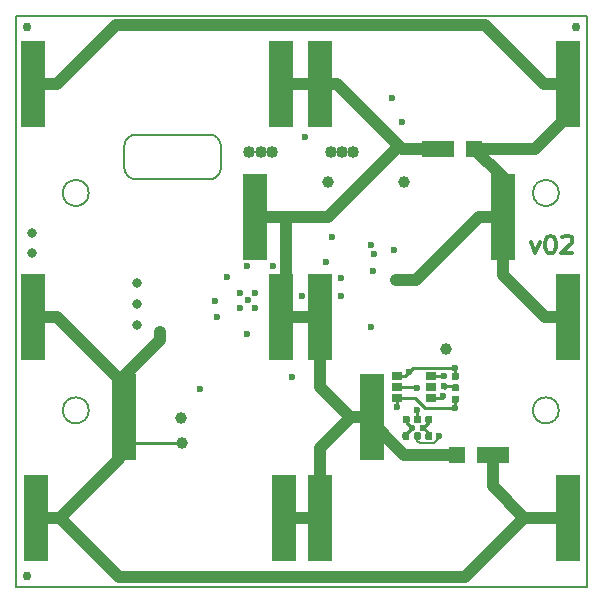
<source format=gbr>
%TF.GenerationSoftware,KiCad,Pcbnew,5.0.2-bee76a0~70~ubuntu18.04.1*%
%TF.CreationDate,2020-02-29T17:16:54-08:00*%
%TF.ProjectId,SolarCellZ_v1,536f6c61-7243-4656-9c6c-5a5f76312e6b,rev?*%
%TF.SameCoordinates,Original*%
%TF.FileFunction,Copper,L1,Top*%
%TF.FilePolarity,Positive*%
%FSLAX46Y46*%
G04 Gerber Fmt 4.6, Leading zero omitted, Abs format (unit mm)*
G04 Created by KiCad (PCBNEW 5.0.2-bee76a0~70~ubuntu18.04.1) date Sat 29 Feb 2020 05:16:54 PM PST*
%MOMM*%
%LPD*%
G01*
G04 APERTURE LIST*
%ADD10C,0.200000*%
%ADD11C,0.300000*%
%ADD12C,0.750000*%
%ADD13R,2.000000X7.400000*%
%ADD14R,0.900000X0.700000*%
%ADD15C,1.016000*%
%ADD16C,1.000000*%
%ADD17R,1.400000X1.400000*%
%ADD18R,2.700000X1.400000*%
%ADD19C,0.100000*%
%ADD20C,0.590000*%
%ADD21C,0.600000*%
%ADD22C,0.800000*%
%ADD23C,0.248920*%
%ADD24C,0.240000*%
%ADD25C,1.000000*%
%ADD26C,0.228600*%
%ADD27C,0.160000*%
G04 APERTURE END LIST*
D10*
X136007500Y-73391000D02*
G75*
G03X136007500Y-73391000I-1100000J0D01*
G01*
X96207500Y-73391000D02*
G75*
G03X96207500Y-73391000I-1100000J0D01*
G01*
X107407500Y-52841000D02*
G75*
G02X106407500Y-53841000I-1000000J0D01*
G01*
X100207500Y-53841000D02*
G75*
G02X99207500Y-52841000I0J1000000D01*
G01*
X106407500Y-50041000D02*
G75*
G02X107407500Y-51041000I0J-1000000D01*
G01*
X99207500Y-51041000D02*
G75*
G02X100207500Y-50041000I1000000J0D01*
G01*
X96207500Y-54991000D02*
G75*
G03X96207500Y-54991000I-1100000J0D01*
G01*
X106407500Y-50041000D02*
X100207500Y-50041000D01*
X138407500Y-39991000D02*
X138407500Y-88391000D01*
X138407500Y-88391000D02*
X90007500Y-88391000D01*
X90007500Y-88391000D02*
X90007500Y-39991000D01*
X90007500Y-39991000D02*
X138407500Y-39991000D01*
X100207500Y-53841000D02*
X106407500Y-53841000D01*
X136007500Y-54991000D02*
G75*
G03X136007500Y-54991000I-1100000J0D01*
G01*
X107407500Y-52841000D02*
X107407500Y-51041000D01*
X99207500Y-51041000D02*
X99207500Y-52841000D01*
D11*
X133659785Y-59114571D02*
X134016928Y-60114571D01*
X134374071Y-59114571D01*
X135231214Y-58614571D02*
X135374071Y-58614571D01*
X135516928Y-58686000D01*
X135588357Y-58757428D01*
X135659785Y-58900285D01*
X135731214Y-59186000D01*
X135731214Y-59543142D01*
X135659785Y-59828857D01*
X135588357Y-59971714D01*
X135516928Y-60043142D01*
X135374071Y-60114571D01*
X135231214Y-60114571D01*
X135088357Y-60043142D01*
X135016928Y-59971714D01*
X134945500Y-59828857D01*
X134874071Y-59543142D01*
X134874071Y-59186000D01*
X134945500Y-58900285D01*
X135016928Y-58757428D01*
X135088357Y-58686000D01*
X135231214Y-58614571D01*
X136302642Y-58757428D02*
X136374071Y-58686000D01*
X136516928Y-58614571D01*
X136874071Y-58614571D01*
X137016928Y-58686000D01*
X137088357Y-58757428D01*
X137159785Y-58900285D01*
X137159785Y-59043142D01*
X137088357Y-59257428D01*
X136231214Y-60114571D01*
X137159785Y-60114571D01*
D12*
X137500000Y-40900000D03*
X90950000Y-40900000D03*
D13*
X136750000Y-45750000D03*
X115750000Y-45750000D03*
X91500000Y-45750000D03*
X112500000Y-45750000D03*
X131250000Y-57000000D03*
X110250000Y-57000000D03*
X136750000Y-65500000D03*
X115750000Y-65500000D03*
X112500000Y-65500000D03*
X91500000Y-65500000D03*
X120187000Y-74000000D03*
X99187000Y-74000000D03*
X115750000Y-82500000D03*
X136750000Y-82500000D03*
X112750000Y-82500000D03*
X91750000Y-82500000D03*
D14*
X122311500Y-70487500D03*
X122311500Y-71437500D03*
X122311500Y-72387500D03*
X125211500Y-72387500D03*
X125211500Y-71437500D03*
X125211500Y-70487500D03*
D15*
X116700000Y-51500000D03*
X117650000Y-51500000D03*
X111700000Y-51500000D03*
X110750000Y-51500000D03*
X118600000Y-51500000D03*
X109800000Y-51500000D03*
D16*
X116459000Y-54038500D03*
X122936000Y-54038500D03*
X126492000Y-68199000D03*
X104013000Y-74041000D03*
X104076500Y-76200000D03*
D17*
X128850000Y-51250000D03*
D18*
X125800000Y-51250000D03*
D17*
X127385200Y-77152500D03*
D18*
X130435200Y-77152500D03*
D19*
G36*
X124200458Y-73848710D02*
X124214776Y-73850834D01*
X124228817Y-73854351D01*
X124242446Y-73859228D01*
X124255531Y-73865417D01*
X124267947Y-73872858D01*
X124279573Y-73881481D01*
X124290298Y-73891202D01*
X124300019Y-73901927D01*
X124308642Y-73913553D01*
X124316083Y-73925969D01*
X124322272Y-73939054D01*
X124327149Y-73952683D01*
X124330666Y-73966724D01*
X124332790Y-73981042D01*
X124333500Y-73995500D01*
X124333500Y-74340500D01*
X124332790Y-74354958D01*
X124330666Y-74369276D01*
X124327149Y-74383317D01*
X124322272Y-74396946D01*
X124316083Y-74410031D01*
X124308642Y-74422447D01*
X124300019Y-74434073D01*
X124290298Y-74444798D01*
X124279573Y-74454519D01*
X124267947Y-74463142D01*
X124255531Y-74470583D01*
X124242446Y-74476772D01*
X124228817Y-74481649D01*
X124214776Y-74485166D01*
X124200458Y-74487290D01*
X124186000Y-74488000D01*
X123891000Y-74488000D01*
X123876542Y-74487290D01*
X123862224Y-74485166D01*
X123848183Y-74481649D01*
X123834554Y-74476772D01*
X123821469Y-74470583D01*
X123809053Y-74463142D01*
X123797427Y-74454519D01*
X123786702Y-74444798D01*
X123776981Y-74434073D01*
X123768358Y-74422447D01*
X123760917Y-74410031D01*
X123754728Y-74396946D01*
X123749851Y-74383317D01*
X123746334Y-74369276D01*
X123744210Y-74354958D01*
X123743500Y-74340500D01*
X123743500Y-73995500D01*
X123744210Y-73981042D01*
X123746334Y-73966724D01*
X123749851Y-73952683D01*
X123754728Y-73939054D01*
X123760917Y-73925969D01*
X123768358Y-73913553D01*
X123776981Y-73901927D01*
X123786702Y-73891202D01*
X123797427Y-73881481D01*
X123809053Y-73872858D01*
X123821469Y-73865417D01*
X123834554Y-73859228D01*
X123848183Y-73854351D01*
X123862224Y-73850834D01*
X123876542Y-73848710D01*
X123891000Y-73848000D01*
X124186000Y-73848000D01*
X124200458Y-73848710D01*
X124200458Y-73848710D01*
G37*
D20*
X124038500Y-74168000D03*
D19*
G36*
X125170458Y-73848710D02*
X125184776Y-73850834D01*
X125198817Y-73854351D01*
X125212446Y-73859228D01*
X125225531Y-73865417D01*
X125237947Y-73872858D01*
X125249573Y-73881481D01*
X125260298Y-73891202D01*
X125270019Y-73901927D01*
X125278642Y-73913553D01*
X125286083Y-73925969D01*
X125292272Y-73939054D01*
X125297149Y-73952683D01*
X125300666Y-73966724D01*
X125302790Y-73981042D01*
X125303500Y-73995500D01*
X125303500Y-74340500D01*
X125302790Y-74354958D01*
X125300666Y-74369276D01*
X125297149Y-74383317D01*
X125292272Y-74396946D01*
X125286083Y-74410031D01*
X125278642Y-74422447D01*
X125270019Y-74434073D01*
X125260298Y-74444798D01*
X125249573Y-74454519D01*
X125237947Y-74463142D01*
X125225531Y-74470583D01*
X125212446Y-74476772D01*
X125198817Y-74481649D01*
X125184776Y-74485166D01*
X125170458Y-74487290D01*
X125156000Y-74488000D01*
X124861000Y-74488000D01*
X124846542Y-74487290D01*
X124832224Y-74485166D01*
X124818183Y-74481649D01*
X124804554Y-74476772D01*
X124791469Y-74470583D01*
X124779053Y-74463142D01*
X124767427Y-74454519D01*
X124756702Y-74444798D01*
X124746981Y-74434073D01*
X124738358Y-74422447D01*
X124730917Y-74410031D01*
X124724728Y-74396946D01*
X124719851Y-74383317D01*
X124716334Y-74369276D01*
X124714210Y-74354958D01*
X124713500Y-74340500D01*
X124713500Y-73995500D01*
X124714210Y-73981042D01*
X124716334Y-73966724D01*
X124719851Y-73952683D01*
X124724728Y-73939054D01*
X124730917Y-73925969D01*
X124738358Y-73913553D01*
X124746981Y-73901927D01*
X124756702Y-73891202D01*
X124767427Y-73881481D01*
X124779053Y-73872858D01*
X124791469Y-73865417D01*
X124804554Y-73859228D01*
X124818183Y-73854351D01*
X124832224Y-73850834D01*
X124846542Y-73848710D01*
X124861000Y-73848000D01*
X125156000Y-73848000D01*
X125170458Y-73848710D01*
X125170458Y-73848710D01*
G37*
D20*
X125008500Y-74168000D03*
D19*
G36*
X123230178Y-73848710D02*
X123244496Y-73850834D01*
X123258537Y-73854351D01*
X123272166Y-73859228D01*
X123285251Y-73865417D01*
X123297667Y-73872858D01*
X123309293Y-73881481D01*
X123320018Y-73891202D01*
X123329739Y-73901927D01*
X123338362Y-73913553D01*
X123345803Y-73925969D01*
X123351992Y-73939054D01*
X123356869Y-73952683D01*
X123360386Y-73966724D01*
X123362510Y-73981042D01*
X123363220Y-73995500D01*
X123363220Y-74340500D01*
X123362510Y-74354958D01*
X123360386Y-74369276D01*
X123356869Y-74383317D01*
X123351992Y-74396946D01*
X123345803Y-74410031D01*
X123338362Y-74422447D01*
X123329739Y-74434073D01*
X123320018Y-74444798D01*
X123309293Y-74454519D01*
X123297667Y-74463142D01*
X123285251Y-74470583D01*
X123272166Y-74476772D01*
X123258537Y-74481649D01*
X123244496Y-74485166D01*
X123230178Y-74487290D01*
X123215720Y-74488000D01*
X122920720Y-74488000D01*
X122906262Y-74487290D01*
X122891944Y-74485166D01*
X122877903Y-74481649D01*
X122864274Y-74476772D01*
X122851189Y-74470583D01*
X122838773Y-74463142D01*
X122827147Y-74454519D01*
X122816422Y-74444798D01*
X122806701Y-74434073D01*
X122798078Y-74422447D01*
X122790637Y-74410031D01*
X122784448Y-74396946D01*
X122779571Y-74383317D01*
X122776054Y-74369276D01*
X122773930Y-74354958D01*
X122773220Y-74340500D01*
X122773220Y-73995500D01*
X122773930Y-73981042D01*
X122776054Y-73966724D01*
X122779571Y-73952683D01*
X122784448Y-73939054D01*
X122790637Y-73925969D01*
X122798078Y-73913553D01*
X122806701Y-73901927D01*
X122816422Y-73891202D01*
X122827147Y-73881481D01*
X122838773Y-73872858D01*
X122851189Y-73865417D01*
X122864274Y-73859228D01*
X122877903Y-73854351D01*
X122891944Y-73850834D01*
X122906262Y-73848710D01*
X122920720Y-73848000D01*
X123215720Y-73848000D01*
X123230178Y-73848710D01*
X123230178Y-73848710D01*
G37*
D20*
X123068220Y-74168000D03*
D19*
G36*
X124200178Y-73848710D02*
X124214496Y-73850834D01*
X124228537Y-73854351D01*
X124242166Y-73859228D01*
X124255251Y-73865417D01*
X124267667Y-73872858D01*
X124279293Y-73881481D01*
X124290018Y-73891202D01*
X124299739Y-73901927D01*
X124308362Y-73913553D01*
X124315803Y-73925969D01*
X124321992Y-73939054D01*
X124326869Y-73952683D01*
X124330386Y-73966724D01*
X124332510Y-73981042D01*
X124333220Y-73995500D01*
X124333220Y-74340500D01*
X124332510Y-74354958D01*
X124330386Y-74369276D01*
X124326869Y-74383317D01*
X124321992Y-74396946D01*
X124315803Y-74410031D01*
X124308362Y-74422447D01*
X124299739Y-74434073D01*
X124290018Y-74444798D01*
X124279293Y-74454519D01*
X124267667Y-74463142D01*
X124255251Y-74470583D01*
X124242166Y-74476772D01*
X124228537Y-74481649D01*
X124214496Y-74485166D01*
X124200178Y-74487290D01*
X124185720Y-74488000D01*
X123890720Y-74488000D01*
X123876262Y-74487290D01*
X123861944Y-74485166D01*
X123847903Y-74481649D01*
X123834274Y-74476772D01*
X123821189Y-74470583D01*
X123808773Y-74463142D01*
X123797147Y-74454519D01*
X123786422Y-74444798D01*
X123776701Y-74434073D01*
X123768078Y-74422447D01*
X123760637Y-74410031D01*
X123754448Y-74396946D01*
X123749571Y-74383317D01*
X123746054Y-74369276D01*
X123743930Y-74354958D01*
X123743220Y-74340500D01*
X123743220Y-73995500D01*
X123743930Y-73981042D01*
X123746054Y-73966724D01*
X123749571Y-73952683D01*
X123754448Y-73939054D01*
X123760637Y-73925969D01*
X123768078Y-73913553D01*
X123776701Y-73901927D01*
X123786422Y-73891202D01*
X123797147Y-73881481D01*
X123808773Y-73872858D01*
X123821189Y-73865417D01*
X123834274Y-73859228D01*
X123847903Y-73854351D01*
X123861944Y-73850834D01*
X123876262Y-73848710D01*
X123890720Y-73848000D01*
X124185720Y-73848000D01*
X124200178Y-73848710D01*
X124200178Y-73848710D01*
G37*
D20*
X124038220Y-74168000D03*
D19*
G36*
X125170458Y-75245710D02*
X125184776Y-75247834D01*
X125198817Y-75251351D01*
X125212446Y-75256228D01*
X125225531Y-75262417D01*
X125237947Y-75269858D01*
X125249573Y-75278481D01*
X125260298Y-75288202D01*
X125270019Y-75298927D01*
X125278642Y-75310553D01*
X125286083Y-75322969D01*
X125292272Y-75336054D01*
X125297149Y-75349683D01*
X125300666Y-75363724D01*
X125302790Y-75378042D01*
X125303500Y-75392500D01*
X125303500Y-75737500D01*
X125302790Y-75751958D01*
X125300666Y-75766276D01*
X125297149Y-75780317D01*
X125292272Y-75793946D01*
X125286083Y-75807031D01*
X125278642Y-75819447D01*
X125270019Y-75831073D01*
X125260298Y-75841798D01*
X125249573Y-75851519D01*
X125237947Y-75860142D01*
X125225531Y-75867583D01*
X125212446Y-75873772D01*
X125198817Y-75878649D01*
X125184776Y-75882166D01*
X125170458Y-75884290D01*
X125156000Y-75885000D01*
X124861000Y-75885000D01*
X124846542Y-75884290D01*
X124832224Y-75882166D01*
X124818183Y-75878649D01*
X124804554Y-75873772D01*
X124791469Y-75867583D01*
X124779053Y-75860142D01*
X124767427Y-75851519D01*
X124756702Y-75841798D01*
X124746981Y-75831073D01*
X124738358Y-75819447D01*
X124730917Y-75807031D01*
X124724728Y-75793946D01*
X124719851Y-75780317D01*
X124716334Y-75766276D01*
X124714210Y-75751958D01*
X124713500Y-75737500D01*
X124713500Y-75392500D01*
X124714210Y-75378042D01*
X124716334Y-75363724D01*
X124719851Y-75349683D01*
X124724728Y-75336054D01*
X124730917Y-75322969D01*
X124738358Y-75310553D01*
X124746981Y-75298927D01*
X124756702Y-75288202D01*
X124767427Y-75278481D01*
X124779053Y-75269858D01*
X124791469Y-75262417D01*
X124804554Y-75256228D01*
X124818183Y-75251351D01*
X124832224Y-75247834D01*
X124846542Y-75245710D01*
X124861000Y-75245000D01*
X125156000Y-75245000D01*
X125170458Y-75245710D01*
X125170458Y-75245710D01*
G37*
D20*
X125008500Y-75565000D03*
D19*
G36*
X124200458Y-75245710D02*
X124214776Y-75247834D01*
X124228817Y-75251351D01*
X124242446Y-75256228D01*
X124255531Y-75262417D01*
X124267947Y-75269858D01*
X124279573Y-75278481D01*
X124290298Y-75288202D01*
X124300019Y-75298927D01*
X124308642Y-75310553D01*
X124316083Y-75322969D01*
X124322272Y-75336054D01*
X124327149Y-75349683D01*
X124330666Y-75363724D01*
X124332790Y-75378042D01*
X124333500Y-75392500D01*
X124333500Y-75737500D01*
X124332790Y-75751958D01*
X124330666Y-75766276D01*
X124327149Y-75780317D01*
X124322272Y-75793946D01*
X124316083Y-75807031D01*
X124308642Y-75819447D01*
X124300019Y-75831073D01*
X124290298Y-75841798D01*
X124279573Y-75851519D01*
X124267947Y-75860142D01*
X124255531Y-75867583D01*
X124242446Y-75873772D01*
X124228817Y-75878649D01*
X124214776Y-75882166D01*
X124200458Y-75884290D01*
X124186000Y-75885000D01*
X123891000Y-75885000D01*
X123876542Y-75884290D01*
X123862224Y-75882166D01*
X123848183Y-75878649D01*
X123834554Y-75873772D01*
X123821469Y-75867583D01*
X123809053Y-75860142D01*
X123797427Y-75851519D01*
X123786702Y-75841798D01*
X123776981Y-75831073D01*
X123768358Y-75819447D01*
X123760917Y-75807031D01*
X123754728Y-75793946D01*
X123749851Y-75780317D01*
X123746334Y-75766276D01*
X123744210Y-75751958D01*
X123743500Y-75737500D01*
X123743500Y-75392500D01*
X123744210Y-75378042D01*
X123746334Y-75363724D01*
X123749851Y-75349683D01*
X123754728Y-75336054D01*
X123760917Y-75322969D01*
X123768358Y-75310553D01*
X123776981Y-75298927D01*
X123786702Y-75288202D01*
X123797427Y-75278481D01*
X123809053Y-75269858D01*
X123821469Y-75262417D01*
X123834554Y-75256228D01*
X123848183Y-75251351D01*
X123862224Y-75247834D01*
X123876542Y-75245710D01*
X123891000Y-75245000D01*
X124186000Y-75245000D01*
X124200458Y-75245710D01*
X124200458Y-75245710D01*
G37*
D20*
X124038500Y-75565000D03*
D19*
G36*
X127440958Y-71189210D02*
X127455276Y-71191334D01*
X127469317Y-71194851D01*
X127482946Y-71199728D01*
X127496031Y-71205917D01*
X127508447Y-71213358D01*
X127520073Y-71221981D01*
X127530798Y-71231702D01*
X127540519Y-71242427D01*
X127549142Y-71254053D01*
X127556583Y-71266469D01*
X127562772Y-71279554D01*
X127567649Y-71293183D01*
X127571166Y-71307224D01*
X127573290Y-71321542D01*
X127574000Y-71336000D01*
X127574000Y-71631000D01*
X127573290Y-71645458D01*
X127571166Y-71659776D01*
X127567649Y-71673817D01*
X127562772Y-71687446D01*
X127556583Y-71700531D01*
X127549142Y-71712947D01*
X127540519Y-71724573D01*
X127530798Y-71735298D01*
X127520073Y-71745019D01*
X127508447Y-71753642D01*
X127496031Y-71761083D01*
X127482946Y-71767272D01*
X127469317Y-71772149D01*
X127455276Y-71775666D01*
X127440958Y-71777790D01*
X127426500Y-71778500D01*
X127081500Y-71778500D01*
X127067042Y-71777790D01*
X127052724Y-71775666D01*
X127038683Y-71772149D01*
X127025054Y-71767272D01*
X127011969Y-71761083D01*
X126999553Y-71753642D01*
X126987927Y-71745019D01*
X126977202Y-71735298D01*
X126967481Y-71724573D01*
X126958858Y-71712947D01*
X126951417Y-71700531D01*
X126945228Y-71687446D01*
X126940351Y-71673817D01*
X126936834Y-71659776D01*
X126934710Y-71645458D01*
X126934000Y-71631000D01*
X126934000Y-71336000D01*
X126934710Y-71321542D01*
X126936834Y-71307224D01*
X126940351Y-71293183D01*
X126945228Y-71279554D01*
X126951417Y-71266469D01*
X126958858Y-71254053D01*
X126967481Y-71242427D01*
X126977202Y-71231702D01*
X126987927Y-71221981D01*
X126999553Y-71213358D01*
X127011969Y-71205917D01*
X127025054Y-71199728D01*
X127038683Y-71194851D01*
X127052724Y-71191334D01*
X127067042Y-71189210D01*
X127081500Y-71188500D01*
X127426500Y-71188500D01*
X127440958Y-71189210D01*
X127440958Y-71189210D01*
G37*
D20*
X127254000Y-71483500D03*
D19*
G36*
X127440958Y-72159210D02*
X127455276Y-72161334D01*
X127469317Y-72164851D01*
X127482946Y-72169728D01*
X127496031Y-72175917D01*
X127508447Y-72183358D01*
X127520073Y-72191981D01*
X127530798Y-72201702D01*
X127540519Y-72212427D01*
X127549142Y-72224053D01*
X127556583Y-72236469D01*
X127562772Y-72249554D01*
X127567649Y-72263183D01*
X127571166Y-72277224D01*
X127573290Y-72291542D01*
X127574000Y-72306000D01*
X127574000Y-72601000D01*
X127573290Y-72615458D01*
X127571166Y-72629776D01*
X127567649Y-72643817D01*
X127562772Y-72657446D01*
X127556583Y-72670531D01*
X127549142Y-72682947D01*
X127540519Y-72694573D01*
X127530798Y-72705298D01*
X127520073Y-72715019D01*
X127508447Y-72723642D01*
X127496031Y-72731083D01*
X127482946Y-72737272D01*
X127469317Y-72742149D01*
X127455276Y-72745666D01*
X127440958Y-72747790D01*
X127426500Y-72748500D01*
X127081500Y-72748500D01*
X127067042Y-72747790D01*
X127052724Y-72745666D01*
X127038683Y-72742149D01*
X127025054Y-72737272D01*
X127011969Y-72731083D01*
X126999553Y-72723642D01*
X126987927Y-72715019D01*
X126977202Y-72705298D01*
X126967481Y-72694573D01*
X126958858Y-72682947D01*
X126951417Y-72670531D01*
X126945228Y-72657446D01*
X126940351Y-72643817D01*
X126936834Y-72629776D01*
X126934710Y-72615458D01*
X126934000Y-72601000D01*
X126934000Y-72306000D01*
X126934710Y-72291542D01*
X126936834Y-72277224D01*
X126940351Y-72263183D01*
X126945228Y-72249554D01*
X126951417Y-72236469D01*
X126958858Y-72224053D01*
X126967481Y-72212427D01*
X126977202Y-72201702D01*
X126987927Y-72191981D01*
X126999553Y-72183358D01*
X127011969Y-72175917D01*
X127025054Y-72169728D01*
X127038683Y-72164851D01*
X127052724Y-72161334D01*
X127067042Y-72159210D01*
X127081500Y-72158500D01*
X127426500Y-72158500D01*
X127440958Y-72159210D01*
X127440958Y-72159210D01*
G37*
D20*
X127254000Y-72453500D03*
D19*
G36*
X127440958Y-70213710D02*
X127455276Y-70215834D01*
X127469317Y-70219351D01*
X127482946Y-70224228D01*
X127496031Y-70230417D01*
X127508447Y-70237858D01*
X127520073Y-70246481D01*
X127530798Y-70256202D01*
X127540519Y-70266927D01*
X127549142Y-70278553D01*
X127556583Y-70290969D01*
X127562772Y-70304054D01*
X127567649Y-70317683D01*
X127571166Y-70331724D01*
X127573290Y-70346042D01*
X127574000Y-70360500D01*
X127574000Y-70655500D01*
X127573290Y-70669958D01*
X127571166Y-70684276D01*
X127567649Y-70698317D01*
X127562772Y-70711946D01*
X127556583Y-70725031D01*
X127549142Y-70737447D01*
X127540519Y-70749073D01*
X127530798Y-70759798D01*
X127520073Y-70769519D01*
X127508447Y-70778142D01*
X127496031Y-70785583D01*
X127482946Y-70791772D01*
X127469317Y-70796649D01*
X127455276Y-70800166D01*
X127440958Y-70802290D01*
X127426500Y-70803000D01*
X127081500Y-70803000D01*
X127067042Y-70802290D01*
X127052724Y-70800166D01*
X127038683Y-70796649D01*
X127025054Y-70791772D01*
X127011969Y-70785583D01*
X126999553Y-70778142D01*
X126987927Y-70769519D01*
X126977202Y-70759798D01*
X126967481Y-70749073D01*
X126958858Y-70737447D01*
X126951417Y-70725031D01*
X126945228Y-70711946D01*
X126940351Y-70698317D01*
X126936834Y-70684276D01*
X126934710Y-70669958D01*
X126934000Y-70655500D01*
X126934000Y-70360500D01*
X126934710Y-70346042D01*
X126936834Y-70331724D01*
X126940351Y-70317683D01*
X126945228Y-70304054D01*
X126951417Y-70290969D01*
X126958858Y-70278553D01*
X126967481Y-70266927D01*
X126977202Y-70256202D01*
X126987927Y-70246481D01*
X126999553Y-70237858D01*
X127011969Y-70230417D01*
X127025054Y-70224228D01*
X127038683Y-70219351D01*
X127052724Y-70215834D01*
X127067042Y-70213710D01*
X127081500Y-70213000D01*
X127426500Y-70213000D01*
X127440958Y-70213710D01*
X127440958Y-70213710D01*
G37*
D20*
X127254000Y-70508000D03*
D19*
G36*
X127440958Y-71183710D02*
X127455276Y-71185834D01*
X127469317Y-71189351D01*
X127482946Y-71194228D01*
X127496031Y-71200417D01*
X127508447Y-71207858D01*
X127520073Y-71216481D01*
X127530798Y-71226202D01*
X127540519Y-71236927D01*
X127549142Y-71248553D01*
X127556583Y-71260969D01*
X127562772Y-71274054D01*
X127567649Y-71287683D01*
X127571166Y-71301724D01*
X127573290Y-71316042D01*
X127574000Y-71330500D01*
X127574000Y-71625500D01*
X127573290Y-71639958D01*
X127571166Y-71654276D01*
X127567649Y-71668317D01*
X127562772Y-71681946D01*
X127556583Y-71695031D01*
X127549142Y-71707447D01*
X127540519Y-71719073D01*
X127530798Y-71729798D01*
X127520073Y-71739519D01*
X127508447Y-71748142D01*
X127496031Y-71755583D01*
X127482946Y-71761772D01*
X127469317Y-71766649D01*
X127455276Y-71770166D01*
X127440958Y-71772290D01*
X127426500Y-71773000D01*
X127081500Y-71773000D01*
X127067042Y-71772290D01*
X127052724Y-71770166D01*
X127038683Y-71766649D01*
X127025054Y-71761772D01*
X127011969Y-71755583D01*
X126999553Y-71748142D01*
X126987927Y-71739519D01*
X126977202Y-71729798D01*
X126967481Y-71719073D01*
X126958858Y-71707447D01*
X126951417Y-71695031D01*
X126945228Y-71681946D01*
X126940351Y-71668317D01*
X126936834Y-71654276D01*
X126934710Y-71639958D01*
X126934000Y-71625500D01*
X126934000Y-71330500D01*
X126934710Y-71316042D01*
X126936834Y-71301724D01*
X126940351Y-71287683D01*
X126945228Y-71274054D01*
X126951417Y-71260969D01*
X126958858Y-71248553D01*
X126967481Y-71236927D01*
X126977202Y-71226202D01*
X126987927Y-71216481D01*
X126999553Y-71207858D01*
X127011969Y-71200417D01*
X127025054Y-71194228D01*
X127038683Y-71189351D01*
X127052724Y-71185834D01*
X127067042Y-71183710D01*
X127081500Y-71183000D01*
X127426500Y-71183000D01*
X127440958Y-71183710D01*
X127440958Y-71183710D01*
G37*
D20*
X127254000Y-71478000D03*
D19*
G36*
X123226958Y-75245710D02*
X123241276Y-75247834D01*
X123255317Y-75251351D01*
X123268946Y-75256228D01*
X123282031Y-75262417D01*
X123294447Y-75269858D01*
X123306073Y-75278481D01*
X123316798Y-75288202D01*
X123326519Y-75298927D01*
X123335142Y-75310553D01*
X123342583Y-75322969D01*
X123348772Y-75336054D01*
X123353649Y-75349683D01*
X123357166Y-75363724D01*
X123359290Y-75378042D01*
X123360000Y-75392500D01*
X123360000Y-75737500D01*
X123359290Y-75751958D01*
X123357166Y-75766276D01*
X123353649Y-75780317D01*
X123348772Y-75793946D01*
X123342583Y-75807031D01*
X123335142Y-75819447D01*
X123326519Y-75831073D01*
X123316798Y-75841798D01*
X123306073Y-75851519D01*
X123294447Y-75860142D01*
X123282031Y-75867583D01*
X123268946Y-75873772D01*
X123255317Y-75878649D01*
X123241276Y-75882166D01*
X123226958Y-75884290D01*
X123212500Y-75885000D01*
X122917500Y-75885000D01*
X122903042Y-75884290D01*
X122888724Y-75882166D01*
X122874683Y-75878649D01*
X122861054Y-75873772D01*
X122847969Y-75867583D01*
X122835553Y-75860142D01*
X122823927Y-75851519D01*
X122813202Y-75841798D01*
X122803481Y-75831073D01*
X122794858Y-75819447D01*
X122787417Y-75807031D01*
X122781228Y-75793946D01*
X122776351Y-75780317D01*
X122772834Y-75766276D01*
X122770710Y-75751958D01*
X122770000Y-75737500D01*
X122770000Y-75392500D01*
X122770710Y-75378042D01*
X122772834Y-75363724D01*
X122776351Y-75349683D01*
X122781228Y-75336054D01*
X122787417Y-75322969D01*
X122794858Y-75310553D01*
X122803481Y-75298927D01*
X122813202Y-75288202D01*
X122823927Y-75278481D01*
X122835553Y-75269858D01*
X122847969Y-75262417D01*
X122861054Y-75256228D01*
X122874683Y-75251351D01*
X122888724Y-75247834D01*
X122903042Y-75245710D01*
X122917500Y-75245000D01*
X123212500Y-75245000D01*
X123226958Y-75245710D01*
X123226958Y-75245710D01*
G37*
D20*
X123065000Y-75565000D03*
D19*
G36*
X124196958Y-75245710D02*
X124211276Y-75247834D01*
X124225317Y-75251351D01*
X124238946Y-75256228D01*
X124252031Y-75262417D01*
X124264447Y-75269858D01*
X124276073Y-75278481D01*
X124286798Y-75288202D01*
X124296519Y-75298927D01*
X124305142Y-75310553D01*
X124312583Y-75322969D01*
X124318772Y-75336054D01*
X124323649Y-75349683D01*
X124327166Y-75363724D01*
X124329290Y-75378042D01*
X124330000Y-75392500D01*
X124330000Y-75737500D01*
X124329290Y-75751958D01*
X124327166Y-75766276D01*
X124323649Y-75780317D01*
X124318772Y-75793946D01*
X124312583Y-75807031D01*
X124305142Y-75819447D01*
X124296519Y-75831073D01*
X124286798Y-75841798D01*
X124276073Y-75851519D01*
X124264447Y-75860142D01*
X124252031Y-75867583D01*
X124238946Y-75873772D01*
X124225317Y-75878649D01*
X124211276Y-75882166D01*
X124196958Y-75884290D01*
X124182500Y-75885000D01*
X123887500Y-75885000D01*
X123873042Y-75884290D01*
X123858724Y-75882166D01*
X123844683Y-75878649D01*
X123831054Y-75873772D01*
X123817969Y-75867583D01*
X123805553Y-75860142D01*
X123793927Y-75851519D01*
X123783202Y-75841798D01*
X123773481Y-75831073D01*
X123764858Y-75819447D01*
X123757417Y-75807031D01*
X123751228Y-75793946D01*
X123746351Y-75780317D01*
X123742834Y-75766276D01*
X123740710Y-75751958D01*
X123740000Y-75737500D01*
X123740000Y-75392500D01*
X123740710Y-75378042D01*
X123742834Y-75363724D01*
X123746351Y-75349683D01*
X123751228Y-75336054D01*
X123757417Y-75322969D01*
X123764858Y-75310553D01*
X123773481Y-75298927D01*
X123783202Y-75288202D01*
X123793927Y-75278481D01*
X123805553Y-75269858D01*
X123817969Y-75262417D01*
X123831054Y-75256228D01*
X123844683Y-75251351D01*
X123858724Y-75247834D01*
X123873042Y-75245710D01*
X123887500Y-75245000D01*
X124182500Y-75245000D01*
X124196958Y-75245710D01*
X124196958Y-75245710D01*
G37*
D20*
X124035000Y-75565000D03*
D12*
X90950000Y-87450000D03*
D21*
X126300000Y-71300000D03*
X124015500Y-71501000D03*
X120268110Y-61604791D03*
X120078500Y-66357500D03*
X127254000Y-69786500D03*
X123317000Y-70167500D03*
X107032512Y-65473693D03*
X109654340Y-64046100D03*
X110253760Y-64708256D03*
X108983760Y-64708256D03*
X110261400Y-63439040D03*
X108983760Y-63463656D03*
X122237500Y-62357000D03*
X123253500Y-62357000D03*
X122301000Y-73088500D03*
X127254000Y-73215500D03*
X113411000Y-70548500D03*
X122750000Y-48950000D03*
X126301500Y-70485000D03*
X120111294Y-59382647D03*
X126238000Y-72150000D03*
X120396000Y-60198000D03*
X121920000Y-46990000D03*
X122050000Y-59850000D03*
X116763500Y-58710000D03*
X114554000Y-50292000D03*
X124015500Y-73406000D03*
X117602000Y-62166500D03*
X116268500Y-60833000D03*
X109644160Y-66892656D03*
X107886500Y-62103000D03*
X114299990Y-63690500D03*
X117602000Y-63690500D03*
X125900000Y-75550000D03*
X109601000Y-61214000D03*
X111783650Y-61214000D03*
X105664000Y-71628000D03*
X106871078Y-64116433D03*
D22*
X91440000Y-58420000D03*
X91440000Y-60071000D03*
X100330000Y-64389000D03*
X100330000Y-62611000D03*
X100330000Y-66167000D03*
D21*
X123571000Y-74866500D03*
X124523500Y-74866500D03*
X102235000Y-67437000D03*
X102235000Y-66802000D03*
D23*
X126342000Y-71478000D02*
X126301500Y-71437500D01*
X122311500Y-71437500D02*
X123952000Y-71437500D01*
X123952000Y-71437500D02*
X124015500Y-71501000D01*
D24*
X127070500Y-71300000D02*
X127254000Y-71483500D01*
X126300000Y-71300000D02*
X127070500Y-71300000D01*
D23*
X127254000Y-70508000D02*
X127254000Y-69786500D01*
X123317000Y-70180920D02*
X123317000Y-70167500D01*
X123010420Y-70487500D02*
X123317000Y-70180920D01*
X122311500Y-70487500D02*
X123010420Y-70487500D01*
X123698000Y-69786500D02*
X127254000Y-69786500D01*
X123317000Y-70167500D02*
X123698000Y-69786500D01*
D25*
X93500000Y-45750000D02*
X98500000Y-40750000D01*
X91500000Y-45750000D02*
X93500000Y-45750000D01*
X134750000Y-45750000D02*
X136750000Y-45750000D01*
X129750000Y-40750000D02*
X134750000Y-45750000D01*
X98500000Y-40750000D02*
X129750000Y-40750000D01*
X136750000Y-65450000D02*
X136750000Y-65500000D01*
X131000000Y-57000000D02*
X131000000Y-59700000D01*
X131000000Y-54300000D02*
X131000000Y-57000000D01*
X136750000Y-45750000D02*
X136750000Y-48550000D01*
X136750000Y-48450000D02*
X136750000Y-45750000D01*
X133950000Y-51250000D02*
X136750000Y-48450000D01*
X128850000Y-51250000D02*
X133950000Y-51250000D01*
X131250000Y-53650000D02*
X128850000Y-51250000D01*
X131250000Y-57000000D02*
X131250000Y-53650000D01*
X129250000Y-57000000D02*
X123893000Y-62357000D01*
X131250000Y-57000000D02*
X129250000Y-57000000D01*
X123893000Y-62357000D02*
X122237500Y-62357000D01*
D23*
X122311500Y-72387500D02*
X122311500Y-73078000D01*
X127254000Y-72453500D02*
X127254000Y-73215500D01*
X126840909Y-73215500D02*
X127254000Y-73215500D01*
X124650500Y-73215500D02*
X126840909Y-73215500D01*
X122311500Y-72387500D02*
X123822500Y-72387500D01*
X123822500Y-72387500D02*
X124650500Y-73215500D01*
D25*
X131250000Y-57000000D02*
X131250000Y-61908000D01*
X134842000Y-65500000D02*
X136750000Y-65500000D01*
X131250000Y-61908000D02*
X134842000Y-65500000D01*
D23*
X125211500Y-70487500D02*
X126299000Y-70487500D01*
X126299000Y-70487500D02*
X126301500Y-70485000D01*
X126235500Y-72387500D02*
X126238000Y-72390000D01*
D24*
X126000500Y-72387500D02*
X126238000Y-72150000D01*
X125211500Y-72387500D02*
X126000500Y-72387500D01*
D26*
X124038220Y-74168000D02*
X124038220Y-73428720D01*
X124038220Y-73428720D02*
X124015500Y-73406000D01*
D27*
X124038500Y-75985000D02*
X124253500Y-76200000D01*
X124038500Y-75565000D02*
X124038500Y-75985000D01*
X124253500Y-76200000D02*
X125450000Y-76200000D01*
X125450000Y-76200000D02*
X125900000Y-75750000D01*
X125900000Y-75750000D02*
X125900000Y-75550000D01*
D23*
X125008500Y-74168000D02*
X125008500Y-74381500D01*
X125008500Y-74381500D02*
X124523500Y-74866500D01*
X125008500Y-75565000D02*
X125008500Y-75351500D01*
X125008500Y-75351500D02*
X124523500Y-74866500D01*
X123068220Y-75565000D02*
X123068220Y-75369280D01*
X123068220Y-74363720D02*
X123571000Y-74866500D01*
X123068220Y-74168000D02*
X123068220Y-74363720D01*
X123068220Y-75369280D02*
X123571000Y-74866500D01*
D25*
X136750000Y-79800000D02*
X136750000Y-82500000D01*
X134750000Y-82500000D02*
X136750000Y-82500000D01*
X99187000Y-70485000D02*
X102235000Y-67437000D01*
X99187000Y-74000000D02*
X99187000Y-70485000D01*
X102235000Y-67437000D02*
X102235000Y-66802000D01*
D26*
X104076500Y-76200000D02*
X99377500Y-76200000D01*
D25*
X93500000Y-65500000D02*
X91500000Y-65500000D01*
X98750000Y-70750000D02*
X93500000Y-65500000D01*
X98750000Y-77526000D02*
X98750000Y-70750000D01*
X91750000Y-82500000D02*
X93776000Y-82500000D01*
X93776000Y-82500000D02*
X98750000Y-77526000D01*
X133096800Y-82500000D02*
X134750000Y-82500000D01*
X130435200Y-77152500D02*
X130435200Y-79838400D01*
X130435200Y-79838400D02*
X133096800Y-82500000D01*
X128096800Y-87500000D02*
X133096800Y-82500000D01*
X98750000Y-87500000D02*
X128096800Y-87500000D01*
X91750000Y-82500000D02*
X93750000Y-82500000D01*
X93750000Y-82500000D02*
X98750000Y-87500000D01*
X112750000Y-82500000D02*
X115750000Y-82500000D01*
X112500000Y-45750000D02*
X115750000Y-45750000D01*
X122750000Y-51250000D02*
X122500000Y-51000000D01*
X125800000Y-51250000D02*
X122750000Y-51250000D01*
X112944500Y-60800000D02*
X112944500Y-65500000D01*
X112944500Y-57250000D02*
X112944500Y-60800000D01*
X117250000Y-45750000D02*
X122500000Y-51000000D01*
X115750000Y-45750000D02*
X117250000Y-45750000D01*
X116500000Y-57000000D02*
X122500000Y-51000000D01*
X110250000Y-57000000D02*
X116500000Y-57000000D01*
X120187000Y-74000000D02*
X118300000Y-74000000D01*
X115750000Y-76591500D02*
X115750000Y-82500000D01*
X118300000Y-74000000D02*
X118300000Y-74041500D01*
X118300000Y-74041500D02*
X115750000Y-76591500D01*
X119750000Y-74000000D02*
X118300000Y-74000000D01*
X122902500Y-77152500D02*
X119750000Y-74000000D01*
X127385200Y-77152500D02*
X122902500Y-77152500D01*
X115750000Y-65500000D02*
X112500000Y-65500000D01*
X115750000Y-71450000D02*
X115750000Y-65500000D01*
X118300000Y-74000000D02*
X115750000Y-71450000D01*
M02*

</source>
